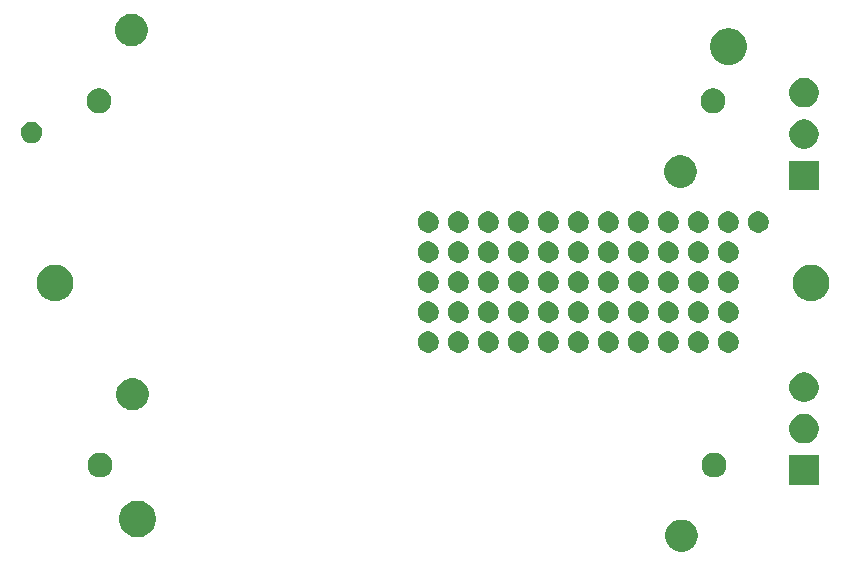
<source format=gbr>
G04 #@! TF.GenerationSoftware,KiCad,Pcbnew,5.1.5-52549c5~86~ubuntu18.04.1*
G04 #@! TF.CreationDate,2020-07-02T00:48:14-05:00*
G04 #@! TF.ProjectId,RAK811_LORA_ADAPTABLE_NODE,52414b38-3131-45f4-9c4f-52415f414441,rev?*
G04 #@! TF.SameCoordinates,Original*
G04 #@! TF.FileFunction,Soldermask,Top*
G04 #@! TF.FilePolarity,Negative*
%FSLAX46Y46*%
G04 Gerber Fmt 4.6, Leading zero omitted, Abs format (unit mm)*
G04 Created by KiCad (PCBNEW 5.1.5-52549c5~86~ubuntu18.04.1) date 2020-07-02 00:48:14*
%MOMM*%
%LPD*%
G04 APERTURE LIST*
%ADD10C,0.100000*%
G04 APERTURE END LIST*
D10*
G36*
X158712724Y-144546497D02*
G01*
X158939906Y-144591686D01*
X159189412Y-144695035D01*
X159413962Y-144845075D01*
X159604925Y-145036038D01*
X159754965Y-145260588D01*
X159858314Y-145510094D01*
X159911000Y-145774968D01*
X159911000Y-146045032D01*
X159858314Y-146309906D01*
X159754965Y-146559412D01*
X159604925Y-146783962D01*
X159413962Y-146974925D01*
X159189412Y-147124965D01*
X158939906Y-147228314D01*
X158712724Y-147273503D01*
X158675033Y-147281000D01*
X158404967Y-147281000D01*
X158367276Y-147273503D01*
X158140094Y-147228314D01*
X157890588Y-147124965D01*
X157666038Y-146974925D01*
X157475075Y-146783962D01*
X157325035Y-146559412D01*
X157221686Y-146309906D01*
X157169000Y-146045032D01*
X157169000Y-145774968D01*
X157221686Y-145510094D01*
X157325035Y-145260588D01*
X157475075Y-145036038D01*
X157666038Y-144845075D01*
X157890588Y-144695035D01*
X158140094Y-144591686D01*
X158367276Y-144546497D01*
X158404967Y-144539000D01*
X158675033Y-144539000D01*
X158712724Y-144546497D01*
G37*
G36*
X112802585Y-142978802D02*
G01*
X112952410Y-143008604D01*
X113234674Y-143125521D01*
X113488705Y-143295259D01*
X113704741Y-143511295D01*
X113874479Y-143765326D01*
X113991396Y-144047590D01*
X114051000Y-144347240D01*
X114051000Y-144652760D01*
X113991396Y-144952410D01*
X113874479Y-145234674D01*
X113704741Y-145488705D01*
X113488705Y-145704741D01*
X113234674Y-145874479D01*
X112952410Y-145991396D01*
X112802585Y-146021198D01*
X112652761Y-146051000D01*
X112347239Y-146051000D01*
X112197415Y-146021198D01*
X112047590Y-145991396D01*
X111765326Y-145874479D01*
X111511295Y-145704741D01*
X111295259Y-145488705D01*
X111125521Y-145234674D01*
X111008604Y-144952410D01*
X110949000Y-144652760D01*
X110949000Y-144347240D01*
X111008604Y-144047590D01*
X111125521Y-143765326D01*
X111295259Y-143511295D01*
X111511295Y-143295259D01*
X111765326Y-143125521D01*
X112047590Y-143008604D01*
X112197415Y-142978802D01*
X112347239Y-142949000D01*
X112652761Y-142949000D01*
X112802585Y-142978802D01*
G37*
G36*
X170161000Y-141586000D02*
G01*
X167659000Y-141586000D01*
X167659000Y-139084000D01*
X170161000Y-139084000D01*
X170161000Y-141586000D01*
G37*
G36*
X161596564Y-138904389D02*
G01*
X161787833Y-138983615D01*
X161787835Y-138983616D01*
X161938070Y-139084000D01*
X161959973Y-139098635D01*
X162106365Y-139245027D01*
X162221385Y-139417167D01*
X162300611Y-139608436D01*
X162341000Y-139811484D01*
X162341000Y-140018516D01*
X162300611Y-140221564D01*
X162221385Y-140412833D01*
X162221384Y-140412835D01*
X162106365Y-140584973D01*
X161959973Y-140731365D01*
X161787835Y-140846384D01*
X161787834Y-140846385D01*
X161787833Y-140846385D01*
X161596564Y-140925611D01*
X161393516Y-140966000D01*
X161186484Y-140966000D01*
X160983436Y-140925611D01*
X160792167Y-140846385D01*
X160792166Y-140846385D01*
X160792165Y-140846384D01*
X160620027Y-140731365D01*
X160473635Y-140584973D01*
X160358616Y-140412835D01*
X160358615Y-140412833D01*
X160279389Y-140221564D01*
X160239000Y-140018516D01*
X160239000Y-139811484D01*
X160279389Y-139608436D01*
X160358615Y-139417167D01*
X160473635Y-139245027D01*
X160620027Y-139098635D01*
X160641930Y-139084000D01*
X160792165Y-138983616D01*
X160792167Y-138983615D01*
X160983436Y-138904389D01*
X161186484Y-138864000D01*
X161393516Y-138864000D01*
X161596564Y-138904389D01*
G37*
G36*
X109606564Y-138904389D02*
G01*
X109797833Y-138983615D01*
X109797835Y-138983616D01*
X109948070Y-139084000D01*
X109969973Y-139098635D01*
X110116365Y-139245027D01*
X110231385Y-139417167D01*
X110310611Y-139608436D01*
X110351000Y-139811484D01*
X110351000Y-140018516D01*
X110310611Y-140221564D01*
X110231385Y-140412833D01*
X110231384Y-140412835D01*
X110116365Y-140584973D01*
X109969973Y-140731365D01*
X109797835Y-140846384D01*
X109797834Y-140846385D01*
X109797833Y-140846385D01*
X109606564Y-140925611D01*
X109403516Y-140966000D01*
X109196484Y-140966000D01*
X108993436Y-140925611D01*
X108802167Y-140846385D01*
X108802166Y-140846385D01*
X108802165Y-140846384D01*
X108630027Y-140731365D01*
X108483635Y-140584973D01*
X108368616Y-140412835D01*
X108368615Y-140412833D01*
X108289389Y-140221564D01*
X108249000Y-140018516D01*
X108249000Y-139811484D01*
X108289389Y-139608436D01*
X108368615Y-139417167D01*
X108483635Y-139245027D01*
X108630027Y-139098635D01*
X108651930Y-139084000D01*
X108802165Y-138983616D01*
X108802167Y-138983615D01*
X108993436Y-138904389D01*
X109196484Y-138864000D01*
X109403516Y-138864000D01*
X109606564Y-138904389D01*
G37*
G36*
X169274903Y-135632075D02*
G01*
X169502571Y-135726378D01*
X169707466Y-135863285D01*
X169881715Y-136037534D01*
X170018622Y-136242429D01*
X170112925Y-136470097D01*
X170161000Y-136711787D01*
X170161000Y-136958213D01*
X170112925Y-137199903D01*
X170018622Y-137427571D01*
X169881715Y-137632466D01*
X169707466Y-137806715D01*
X169502571Y-137943622D01*
X169502570Y-137943623D01*
X169502569Y-137943623D01*
X169274903Y-138037925D01*
X169033214Y-138086000D01*
X168786786Y-138086000D01*
X168545097Y-138037925D01*
X168317431Y-137943623D01*
X168317430Y-137943623D01*
X168317429Y-137943622D01*
X168112534Y-137806715D01*
X167938285Y-137632466D01*
X167801378Y-137427571D01*
X167707075Y-137199903D01*
X167659000Y-136958213D01*
X167659000Y-136711787D01*
X167707075Y-136470097D01*
X167801378Y-136242429D01*
X167938285Y-136037534D01*
X168112534Y-135863285D01*
X168317429Y-135726378D01*
X168545097Y-135632075D01*
X168786786Y-135584000D01*
X169033214Y-135584000D01*
X169274903Y-135632075D01*
G37*
G36*
X112232724Y-132556497D02*
G01*
X112459906Y-132601686D01*
X112709412Y-132705035D01*
X112933962Y-132855075D01*
X113124925Y-133046038D01*
X113274965Y-133270588D01*
X113378314Y-133520094D01*
X113431000Y-133784968D01*
X113431000Y-134055032D01*
X113378314Y-134319906D01*
X113274965Y-134569412D01*
X113124925Y-134793962D01*
X112933962Y-134984925D01*
X112709412Y-135134965D01*
X112459906Y-135238314D01*
X112232724Y-135283503D01*
X112195033Y-135291000D01*
X111924967Y-135291000D01*
X111887276Y-135283503D01*
X111660094Y-135238314D01*
X111410588Y-135134965D01*
X111186038Y-134984925D01*
X110995075Y-134793962D01*
X110845035Y-134569412D01*
X110741686Y-134319906D01*
X110689000Y-134055032D01*
X110689000Y-133784968D01*
X110741686Y-133520094D01*
X110845035Y-133270588D01*
X110995075Y-133046038D01*
X111186038Y-132855075D01*
X111410588Y-132705035D01*
X111660094Y-132601686D01*
X111887276Y-132556497D01*
X111924967Y-132549000D01*
X112195033Y-132549000D01*
X112232724Y-132556497D01*
G37*
G36*
X169274903Y-132132075D02*
G01*
X169502571Y-132226378D01*
X169707466Y-132363285D01*
X169881715Y-132537534D01*
X169993636Y-132705035D01*
X170018623Y-132742431D01*
X170112925Y-132970097D01*
X170161000Y-133211787D01*
X170161000Y-133458213D01*
X170112925Y-133699903D01*
X170018622Y-133927571D01*
X169881715Y-134132466D01*
X169707466Y-134306715D01*
X169502571Y-134443622D01*
X169502570Y-134443623D01*
X169502569Y-134443623D01*
X169274903Y-134537925D01*
X169033214Y-134586000D01*
X168786786Y-134586000D01*
X168545097Y-134537925D01*
X168317431Y-134443623D01*
X168317430Y-134443623D01*
X168317429Y-134443622D01*
X168112534Y-134306715D01*
X167938285Y-134132466D01*
X167801378Y-133927571D01*
X167707075Y-133699903D01*
X167659000Y-133458213D01*
X167659000Y-133211787D01*
X167707075Y-132970097D01*
X167801377Y-132742431D01*
X167826364Y-132705035D01*
X167938285Y-132537534D01*
X168112534Y-132363285D01*
X168317429Y-132226378D01*
X168545097Y-132132075D01*
X168786786Y-132084000D01*
X169033214Y-132084000D01*
X169274903Y-132132075D01*
G37*
G36*
X144828512Y-128608927D02*
G01*
X144977812Y-128638624D01*
X145141784Y-128706544D01*
X145289354Y-128805147D01*
X145414853Y-128930646D01*
X145513456Y-129078216D01*
X145581376Y-129242188D01*
X145616000Y-129416259D01*
X145616000Y-129593741D01*
X145581376Y-129767812D01*
X145513456Y-129931784D01*
X145414853Y-130079354D01*
X145289354Y-130204853D01*
X145141784Y-130303456D01*
X144977812Y-130371376D01*
X144828512Y-130401073D01*
X144803742Y-130406000D01*
X144626258Y-130406000D01*
X144601488Y-130401073D01*
X144452188Y-130371376D01*
X144288216Y-130303456D01*
X144140646Y-130204853D01*
X144015147Y-130079354D01*
X143916544Y-129931784D01*
X143848624Y-129767812D01*
X143814000Y-129593741D01*
X143814000Y-129416259D01*
X143848624Y-129242188D01*
X143916544Y-129078216D01*
X144015147Y-128930646D01*
X144140646Y-128805147D01*
X144288216Y-128706544D01*
X144452188Y-128638624D01*
X144601488Y-128608927D01*
X144626258Y-128604000D01*
X144803742Y-128604000D01*
X144828512Y-128608927D01*
G37*
G36*
X162608512Y-128608927D02*
G01*
X162757812Y-128638624D01*
X162921784Y-128706544D01*
X163069354Y-128805147D01*
X163194853Y-128930646D01*
X163293456Y-129078216D01*
X163361376Y-129242188D01*
X163396000Y-129416259D01*
X163396000Y-129593741D01*
X163361376Y-129767812D01*
X163293456Y-129931784D01*
X163194853Y-130079354D01*
X163069354Y-130204853D01*
X162921784Y-130303456D01*
X162757812Y-130371376D01*
X162608512Y-130401073D01*
X162583742Y-130406000D01*
X162406258Y-130406000D01*
X162381488Y-130401073D01*
X162232188Y-130371376D01*
X162068216Y-130303456D01*
X161920646Y-130204853D01*
X161795147Y-130079354D01*
X161696544Y-129931784D01*
X161628624Y-129767812D01*
X161594000Y-129593741D01*
X161594000Y-129416259D01*
X161628624Y-129242188D01*
X161696544Y-129078216D01*
X161795147Y-128930646D01*
X161920646Y-128805147D01*
X162068216Y-128706544D01*
X162232188Y-128638624D01*
X162381488Y-128608927D01*
X162406258Y-128604000D01*
X162583742Y-128604000D01*
X162608512Y-128608927D01*
G37*
G36*
X160068512Y-128608927D02*
G01*
X160217812Y-128638624D01*
X160381784Y-128706544D01*
X160529354Y-128805147D01*
X160654853Y-128930646D01*
X160753456Y-129078216D01*
X160821376Y-129242188D01*
X160856000Y-129416259D01*
X160856000Y-129593741D01*
X160821376Y-129767812D01*
X160753456Y-129931784D01*
X160654853Y-130079354D01*
X160529354Y-130204853D01*
X160381784Y-130303456D01*
X160217812Y-130371376D01*
X160068512Y-130401073D01*
X160043742Y-130406000D01*
X159866258Y-130406000D01*
X159841488Y-130401073D01*
X159692188Y-130371376D01*
X159528216Y-130303456D01*
X159380646Y-130204853D01*
X159255147Y-130079354D01*
X159156544Y-129931784D01*
X159088624Y-129767812D01*
X159054000Y-129593741D01*
X159054000Y-129416259D01*
X159088624Y-129242188D01*
X159156544Y-129078216D01*
X159255147Y-128930646D01*
X159380646Y-128805147D01*
X159528216Y-128706544D01*
X159692188Y-128638624D01*
X159841488Y-128608927D01*
X159866258Y-128604000D01*
X160043742Y-128604000D01*
X160068512Y-128608927D01*
G37*
G36*
X147368512Y-128608927D02*
G01*
X147517812Y-128638624D01*
X147681784Y-128706544D01*
X147829354Y-128805147D01*
X147954853Y-128930646D01*
X148053456Y-129078216D01*
X148121376Y-129242188D01*
X148156000Y-129416259D01*
X148156000Y-129593741D01*
X148121376Y-129767812D01*
X148053456Y-129931784D01*
X147954853Y-130079354D01*
X147829354Y-130204853D01*
X147681784Y-130303456D01*
X147517812Y-130371376D01*
X147368512Y-130401073D01*
X147343742Y-130406000D01*
X147166258Y-130406000D01*
X147141488Y-130401073D01*
X146992188Y-130371376D01*
X146828216Y-130303456D01*
X146680646Y-130204853D01*
X146555147Y-130079354D01*
X146456544Y-129931784D01*
X146388624Y-129767812D01*
X146354000Y-129593741D01*
X146354000Y-129416259D01*
X146388624Y-129242188D01*
X146456544Y-129078216D01*
X146555147Y-128930646D01*
X146680646Y-128805147D01*
X146828216Y-128706544D01*
X146992188Y-128638624D01*
X147141488Y-128608927D01*
X147166258Y-128604000D01*
X147343742Y-128604000D01*
X147368512Y-128608927D01*
G37*
G36*
X157528512Y-128608927D02*
G01*
X157677812Y-128638624D01*
X157841784Y-128706544D01*
X157989354Y-128805147D01*
X158114853Y-128930646D01*
X158213456Y-129078216D01*
X158281376Y-129242188D01*
X158316000Y-129416259D01*
X158316000Y-129593741D01*
X158281376Y-129767812D01*
X158213456Y-129931784D01*
X158114853Y-130079354D01*
X157989354Y-130204853D01*
X157841784Y-130303456D01*
X157677812Y-130371376D01*
X157528512Y-130401073D01*
X157503742Y-130406000D01*
X157326258Y-130406000D01*
X157301488Y-130401073D01*
X157152188Y-130371376D01*
X156988216Y-130303456D01*
X156840646Y-130204853D01*
X156715147Y-130079354D01*
X156616544Y-129931784D01*
X156548624Y-129767812D01*
X156514000Y-129593741D01*
X156514000Y-129416259D01*
X156548624Y-129242188D01*
X156616544Y-129078216D01*
X156715147Y-128930646D01*
X156840646Y-128805147D01*
X156988216Y-128706544D01*
X157152188Y-128638624D01*
X157301488Y-128608927D01*
X157326258Y-128604000D01*
X157503742Y-128604000D01*
X157528512Y-128608927D01*
G37*
G36*
X154988512Y-128608927D02*
G01*
X155137812Y-128638624D01*
X155301784Y-128706544D01*
X155449354Y-128805147D01*
X155574853Y-128930646D01*
X155673456Y-129078216D01*
X155741376Y-129242188D01*
X155776000Y-129416259D01*
X155776000Y-129593741D01*
X155741376Y-129767812D01*
X155673456Y-129931784D01*
X155574853Y-130079354D01*
X155449354Y-130204853D01*
X155301784Y-130303456D01*
X155137812Y-130371376D01*
X154988512Y-130401073D01*
X154963742Y-130406000D01*
X154786258Y-130406000D01*
X154761488Y-130401073D01*
X154612188Y-130371376D01*
X154448216Y-130303456D01*
X154300646Y-130204853D01*
X154175147Y-130079354D01*
X154076544Y-129931784D01*
X154008624Y-129767812D01*
X153974000Y-129593741D01*
X153974000Y-129416259D01*
X154008624Y-129242188D01*
X154076544Y-129078216D01*
X154175147Y-128930646D01*
X154300646Y-128805147D01*
X154448216Y-128706544D01*
X154612188Y-128638624D01*
X154761488Y-128608927D01*
X154786258Y-128604000D01*
X154963742Y-128604000D01*
X154988512Y-128608927D01*
G37*
G36*
X142288512Y-128608927D02*
G01*
X142437812Y-128638624D01*
X142601784Y-128706544D01*
X142749354Y-128805147D01*
X142874853Y-128930646D01*
X142973456Y-129078216D01*
X143041376Y-129242188D01*
X143076000Y-129416259D01*
X143076000Y-129593741D01*
X143041376Y-129767812D01*
X142973456Y-129931784D01*
X142874853Y-130079354D01*
X142749354Y-130204853D01*
X142601784Y-130303456D01*
X142437812Y-130371376D01*
X142288512Y-130401073D01*
X142263742Y-130406000D01*
X142086258Y-130406000D01*
X142061488Y-130401073D01*
X141912188Y-130371376D01*
X141748216Y-130303456D01*
X141600646Y-130204853D01*
X141475147Y-130079354D01*
X141376544Y-129931784D01*
X141308624Y-129767812D01*
X141274000Y-129593741D01*
X141274000Y-129416259D01*
X141308624Y-129242188D01*
X141376544Y-129078216D01*
X141475147Y-128930646D01*
X141600646Y-128805147D01*
X141748216Y-128706544D01*
X141912188Y-128638624D01*
X142061488Y-128608927D01*
X142086258Y-128604000D01*
X142263742Y-128604000D01*
X142288512Y-128608927D01*
G37*
G36*
X139748512Y-128608927D02*
G01*
X139897812Y-128638624D01*
X140061784Y-128706544D01*
X140209354Y-128805147D01*
X140334853Y-128930646D01*
X140433456Y-129078216D01*
X140501376Y-129242188D01*
X140536000Y-129416259D01*
X140536000Y-129593741D01*
X140501376Y-129767812D01*
X140433456Y-129931784D01*
X140334853Y-130079354D01*
X140209354Y-130204853D01*
X140061784Y-130303456D01*
X139897812Y-130371376D01*
X139748512Y-130401073D01*
X139723742Y-130406000D01*
X139546258Y-130406000D01*
X139521488Y-130401073D01*
X139372188Y-130371376D01*
X139208216Y-130303456D01*
X139060646Y-130204853D01*
X138935147Y-130079354D01*
X138836544Y-129931784D01*
X138768624Y-129767812D01*
X138734000Y-129593741D01*
X138734000Y-129416259D01*
X138768624Y-129242188D01*
X138836544Y-129078216D01*
X138935147Y-128930646D01*
X139060646Y-128805147D01*
X139208216Y-128706544D01*
X139372188Y-128638624D01*
X139521488Y-128608927D01*
X139546258Y-128604000D01*
X139723742Y-128604000D01*
X139748512Y-128608927D01*
G37*
G36*
X137208512Y-128608927D02*
G01*
X137357812Y-128638624D01*
X137521784Y-128706544D01*
X137669354Y-128805147D01*
X137794853Y-128930646D01*
X137893456Y-129078216D01*
X137961376Y-129242188D01*
X137996000Y-129416259D01*
X137996000Y-129593741D01*
X137961376Y-129767812D01*
X137893456Y-129931784D01*
X137794853Y-130079354D01*
X137669354Y-130204853D01*
X137521784Y-130303456D01*
X137357812Y-130371376D01*
X137208512Y-130401073D01*
X137183742Y-130406000D01*
X137006258Y-130406000D01*
X136981488Y-130401073D01*
X136832188Y-130371376D01*
X136668216Y-130303456D01*
X136520646Y-130204853D01*
X136395147Y-130079354D01*
X136296544Y-129931784D01*
X136228624Y-129767812D01*
X136194000Y-129593741D01*
X136194000Y-129416259D01*
X136228624Y-129242188D01*
X136296544Y-129078216D01*
X136395147Y-128930646D01*
X136520646Y-128805147D01*
X136668216Y-128706544D01*
X136832188Y-128638624D01*
X136981488Y-128608927D01*
X137006258Y-128604000D01*
X137183742Y-128604000D01*
X137208512Y-128608927D01*
G37*
G36*
X152448512Y-128608927D02*
G01*
X152597812Y-128638624D01*
X152761784Y-128706544D01*
X152909354Y-128805147D01*
X153034853Y-128930646D01*
X153133456Y-129078216D01*
X153201376Y-129242188D01*
X153236000Y-129416259D01*
X153236000Y-129593741D01*
X153201376Y-129767812D01*
X153133456Y-129931784D01*
X153034853Y-130079354D01*
X152909354Y-130204853D01*
X152761784Y-130303456D01*
X152597812Y-130371376D01*
X152448512Y-130401073D01*
X152423742Y-130406000D01*
X152246258Y-130406000D01*
X152221488Y-130401073D01*
X152072188Y-130371376D01*
X151908216Y-130303456D01*
X151760646Y-130204853D01*
X151635147Y-130079354D01*
X151536544Y-129931784D01*
X151468624Y-129767812D01*
X151434000Y-129593741D01*
X151434000Y-129416259D01*
X151468624Y-129242188D01*
X151536544Y-129078216D01*
X151635147Y-128930646D01*
X151760646Y-128805147D01*
X151908216Y-128706544D01*
X152072188Y-128638624D01*
X152221488Y-128608927D01*
X152246258Y-128604000D01*
X152423742Y-128604000D01*
X152448512Y-128608927D01*
G37*
G36*
X149908512Y-128608927D02*
G01*
X150057812Y-128638624D01*
X150221784Y-128706544D01*
X150369354Y-128805147D01*
X150494853Y-128930646D01*
X150593456Y-129078216D01*
X150661376Y-129242188D01*
X150696000Y-129416259D01*
X150696000Y-129593741D01*
X150661376Y-129767812D01*
X150593456Y-129931784D01*
X150494853Y-130079354D01*
X150369354Y-130204853D01*
X150221784Y-130303456D01*
X150057812Y-130371376D01*
X149908512Y-130401073D01*
X149883742Y-130406000D01*
X149706258Y-130406000D01*
X149681488Y-130401073D01*
X149532188Y-130371376D01*
X149368216Y-130303456D01*
X149220646Y-130204853D01*
X149095147Y-130079354D01*
X148996544Y-129931784D01*
X148928624Y-129767812D01*
X148894000Y-129593741D01*
X148894000Y-129416259D01*
X148928624Y-129242188D01*
X148996544Y-129078216D01*
X149095147Y-128930646D01*
X149220646Y-128805147D01*
X149368216Y-128706544D01*
X149532188Y-128638624D01*
X149681488Y-128608927D01*
X149706258Y-128604000D01*
X149883742Y-128604000D01*
X149908512Y-128608927D01*
G37*
G36*
X139748512Y-126068927D02*
G01*
X139897812Y-126098624D01*
X140061784Y-126166544D01*
X140209354Y-126265147D01*
X140334853Y-126390646D01*
X140433456Y-126538216D01*
X140501376Y-126702188D01*
X140536000Y-126876259D01*
X140536000Y-127053741D01*
X140501376Y-127227812D01*
X140433456Y-127391784D01*
X140334853Y-127539354D01*
X140209354Y-127664853D01*
X140061784Y-127763456D01*
X139897812Y-127831376D01*
X139748512Y-127861073D01*
X139723742Y-127866000D01*
X139546258Y-127866000D01*
X139521488Y-127861073D01*
X139372188Y-127831376D01*
X139208216Y-127763456D01*
X139060646Y-127664853D01*
X138935147Y-127539354D01*
X138836544Y-127391784D01*
X138768624Y-127227812D01*
X138734000Y-127053741D01*
X138734000Y-126876259D01*
X138768624Y-126702188D01*
X138836544Y-126538216D01*
X138935147Y-126390646D01*
X139060646Y-126265147D01*
X139208216Y-126166544D01*
X139372188Y-126098624D01*
X139521488Y-126068927D01*
X139546258Y-126064000D01*
X139723742Y-126064000D01*
X139748512Y-126068927D01*
G37*
G36*
X162608512Y-126068927D02*
G01*
X162757812Y-126098624D01*
X162921784Y-126166544D01*
X163069354Y-126265147D01*
X163194853Y-126390646D01*
X163293456Y-126538216D01*
X163361376Y-126702188D01*
X163396000Y-126876259D01*
X163396000Y-127053741D01*
X163361376Y-127227812D01*
X163293456Y-127391784D01*
X163194853Y-127539354D01*
X163069354Y-127664853D01*
X162921784Y-127763456D01*
X162757812Y-127831376D01*
X162608512Y-127861073D01*
X162583742Y-127866000D01*
X162406258Y-127866000D01*
X162381488Y-127861073D01*
X162232188Y-127831376D01*
X162068216Y-127763456D01*
X161920646Y-127664853D01*
X161795147Y-127539354D01*
X161696544Y-127391784D01*
X161628624Y-127227812D01*
X161594000Y-127053741D01*
X161594000Y-126876259D01*
X161628624Y-126702188D01*
X161696544Y-126538216D01*
X161795147Y-126390646D01*
X161920646Y-126265147D01*
X162068216Y-126166544D01*
X162232188Y-126098624D01*
X162381488Y-126068927D01*
X162406258Y-126064000D01*
X162583742Y-126064000D01*
X162608512Y-126068927D01*
G37*
G36*
X137208512Y-126068927D02*
G01*
X137357812Y-126098624D01*
X137521784Y-126166544D01*
X137669354Y-126265147D01*
X137794853Y-126390646D01*
X137893456Y-126538216D01*
X137961376Y-126702188D01*
X137996000Y-126876259D01*
X137996000Y-127053741D01*
X137961376Y-127227812D01*
X137893456Y-127391784D01*
X137794853Y-127539354D01*
X137669354Y-127664853D01*
X137521784Y-127763456D01*
X137357812Y-127831376D01*
X137208512Y-127861073D01*
X137183742Y-127866000D01*
X137006258Y-127866000D01*
X136981488Y-127861073D01*
X136832188Y-127831376D01*
X136668216Y-127763456D01*
X136520646Y-127664853D01*
X136395147Y-127539354D01*
X136296544Y-127391784D01*
X136228624Y-127227812D01*
X136194000Y-127053741D01*
X136194000Y-126876259D01*
X136228624Y-126702188D01*
X136296544Y-126538216D01*
X136395147Y-126390646D01*
X136520646Y-126265147D01*
X136668216Y-126166544D01*
X136832188Y-126098624D01*
X136981488Y-126068927D01*
X137006258Y-126064000D01*
X137183742Y-126064000D01*
X137208512Y-126068927D01*
G37*
G36*
X142288512Y-126068927D02*
G01*
X142437812Y-126098624D01*
X142601784Y-126166544D01*
X142749354Y-126265147D01*
X142874853Y-126390646D01*
X142973456Y-126538216D01*
X143041376Y-126702188D01*
X143076000Y-126876259D01*
X143076000Y-127053741D01*
X143041376Y-127227812D01*
X142973456Y-127391784D01*
X142874853Y-127539354D01*
X142749354Y-127664853D01*
X142601784Y-127763456D01*
X142437812Y-127831376D01*
X142288512Y-127861073D01*
X142263742Y-127866000D01*
X142086258Y-127866000D01*
X142061488Y-127861073D01*
X141912188Y-127831376D01*
X141748216Y-127763456D01*
X141600646Y-127664853D01*
X141475147Y-127539354D01*
X141376544Y-127391784D01*
X141308624Y-127227812D01*
X141274000Y-127053741D01*
X141274000Y-126876259D01*
X141308624Y-126702188D01*
X141376544Y-126538216D01*
X141475147Y-126390646D01*
X141600646Y-126265147D01*
X141748216Y-126166544D01*
X141912188Y-126098624D01*
X142061488Y-126068927D01*
X142086258Y-126064000D01*
X142263742Y-126064000D01*
X142288512Y-126068927D01*
G37*
G36*
X144828512Y-126068927D02*
G01*
X144977812Y-126098624D01*
X145141784Y-126166544D01*
X145289354Y-126265147D01*
X145414853Y-126390646D01*
X145513456Y-126538216D01*
X145581376Y-126702188D01*
X145616000Y-126876259D01*
X145616000Y-127053741D01*
X145581376Y-127227812D01*
X145513456Y-127391784D01*
X145414853Y-127539354D01*
X145289354Y-127664853D01*
X145141784Y-127763456D01*
X144977812Y-127831376D01*
X144828512Y-127861073D01*
X144803742Y-127866000D01*
X144626258Y-127866000D01*
X144601488Y-127861073D01*
X144452188Y-127831376D01*
X144288216Y-127763456D01*
X144140646Y-127664853D01*
X144015147Y-127539354D01*
X143916544Y-127391784D01*
X143848624Y-127227812D01*
X143814000Y-127053741D01*
X143814000Y-126876259D01*
X143848624Y-126702188D01*
X143916544Y-126538216D01*
X144015147Y-126390646D01*
X144140646Y-126265147D01*
X144288216Y-126166544D01*
X144452188Y-126098624D01*
X144601488Y-126068927D01*
X144626258Y-126064000D01*
X144803742Y-126064000D01*
X144828512Y-126068927D01*
G37*
G36*
X147368512Y-126068927D02*
G01*
X147517812Y-126098624D01*
X147681784Y-126166544D01*
X147829354Y-126265147D01*
X147954853Y-126390646D01*
X148053456Y-126538216D01*
X148121376Y-126702188D01*
X148156000Y-126876259D01*
X148156000Y-127053741D01*
X148121376Y-127227812D01*
X148053456Y-127391784D01*
X147954853Y-127539354D01*
X147829354Y-127664853D01*
X147681784Y-127763456D01*
X147517812Y-127831376D01*
X147368512Y-127861073D01*
X147343742Y-127866000D01*
X147166258Y-127866000D01*
X147141488Y-127861073D01*
X146992188Y-127831376D01*
X146828216Y-127763456D01*
X146680646Y-127664853D01*
X146555147Y-127539354D01*
X146456544Y-127391784D01*
X146388624Y-127227812D01*
X146354000Y-127053741D01*
X146354000Y-126876259D01*
X146388624Y-126702188D01*
X146456544Y-126538216D01*
X146555147Y-126390646D01*
X146680646Y-126265147D01*
X146828216Y-126166544D01*
X146992188Y-126098624D01*
X147141488Y-126068927D01*
X147166258Y-126064000D01*
X147343742Y-126064000D01*
X147368512Y-126068927D01*
G37*
G36*
X149908512Y-126068927D02*
G01*
X150057812Y-126098624D01*
X150221784Y-126166544D01*
X150369354Y-126265147D01*
X150494853Y-126390646D01*
X150593456Y-126538216D01*
X150661376Y-126702188D01*
X150696000Y-126876259D01*
X150696000Y-127053741D01*
X150661376Y-127227812D01*
X150593456Y-127391784D01*
X150494853Y-127539354D01*
X150369354Y-127664853D01*
X150221784Y-127763456D01*
X150057812Y-127831376D01*
X149908512Y-127861073D01*
X149883742Y-127866000D01*
X149706258Y-127866000D01*
X149681488Y-127861073D01*
X149532188Y-127831376D01*
X149368216Y-127763456D01*
X149220646Y-127664853D01*
X149095147Y-127539354D01*
X148996544Y-127391784D01*
X148928624Y-127227812D01*
X148894000Y-127053741D01*
X148894000Y-126876259D01*
X148928624Y-126702188D01*
X148996544Y-126538216D01*
X149095147Y-126390646D01*
X149220646Y-126265147D01*
X149368216Y-126166544D01*
X149532188Y-126098624D01*
X149681488Y-126068927D01*
X149706258Y-126064000D01*
X149883742Y-126064000D01*
X149908512Y-126068927D01*
G37*
G36*
X152448512Y-126068927D02*
G01*
X152597812Y-126098624D01*
X152761784Y-126166544D01*
X152909354Y-126265147D01*
X153034853Y-126390646D01*
X153133456Y-126538216D01*
X153201376Y-126702188D01*
X153236000Y-126876259D01*
X153236000Y-127053741D01*
X153201376Y-127227812D01*
X153133456Y-127391784D01*
X153034853Y-127539354D01*
X152909354Y-127664853D01*
X152761784Y-127763456D01*
X152597812Y-127831376D01*
X152448512Y-127861073D01*
X152423742Y-127866000D01*
X152246258Y-127866000D01*
X152221488Y-127861073D01*
X152072188Y-127831376D01*
X151908216Y-127763456D01*
X151760646Y-127664853D01*
X151635147Y-127539354D01*
X151536544Y-127391784D01*
X151468624Y-127227812D01*
X151434000Y-127053741D01*
X151434000Y-126876259D01*
X151468624Y-126702188D01*
X151536544Y-126538216D01*
X151635147Y-126390646D01*
X151760646Y-126265147D01*
X151908216Y-126166544D01*
X152072188Y-126098624D01*
X152221488Y-126068927D01*
X152246258Y-126064000D01*
X152423742Y-126064000D01*
X152448512Y-126068927D01*
G37*
G36*
X154988512Y-126068927D02*
G01*
X155137812Y-126098624D01*
X155301784Y-126166544D01*
X155449354Y-126265147D01*
X155574853Y-126390646D01*
X155673456Y-126538216D01*
X155741376Y-126702188D01*
X155776000Y-126876259D01*
X155776000Y-127053741D01*
X155741376Y-127227812D01*
X155673456Y-127391784D01*
X155574853Y-127539354D01*
X155449354Y-127664853D01*
X155301784Y-127763456D01*
X155137812Y-127831376D01*
X154988512Y-127861073D01*
X154963742Y-127866000D01*
X154786258Y-127866000D01*
X154761488Y-127861073D01*
X154612188Y-127831376D01*
X154448216Y-127763456D01*
X154300646Y-127664853D01*
X154175147Y-127539354D01*
X154076544Y-127391784D01*
X154008624Y-127227812D01*
X153974000Y-127053741D01*
X153974000Y-126876259D01*
X154008624Y-126702188D01*
X154076544Y-126538216D01*
X154175147Y-126390646D01*
X154300646Y-126265147D01*
X154448216Y-126166544D01*
X154612188Y-126098624D01*
X154761488Y-126068927D01*
X154786258Y-126064000D01*
X154963742Y-126064000D01*
X154988512Y-126068927D01*
G37*
G36*
X157528512Y-126068927D02*
G01*
X157677812Y-126098624D01*
X157841784Y-126166544D01*
X157989354Y-126265147D01*
X158114853Y-126390646D01*
X158213456Y-126538216D01*
X158281376Y-126702188D01*
X158316000Y-126876259D01*
X158316000Y-127053741D01*
X158281376Y-127227812D01*
X158213456Y-127391784D01*
X158114853Y-127539354D01*
X157989354Y-127664853D01*
X157841784Y-127763456D01*
X157677812Y-127831376D01*
X157528512Y-127861073D01*
X157503742Y-127866000D01*
X157326258Y-127866000D01*
X157301488Y-127861073D01*
X157152188Y-127831376D01*
X156988216Y-127763456D01*
X156840646Y-127664853D01*
X156715147Y-127539354D01*
X156616544Y-127391784D01*
X156548624Y-127227812D01*
X156514000Y-127053741D01*
X156514000Y-126876259D01*
X156548624Y-126702188D01*
X156616544Y-126538216D01*
X156715147Y-126390646D01*
X156840646Y-126265147D01*
X156988216Y-126166544D01*
X157152188Y-126098624D01*
X157301488Y-126068927D01*
X157326258Y-126064000D01*
X157503742Y-126064000D01*
X157528512Y-126068927D01*
G37*
G36*
X160068512Y-126068927D02*
G01*
X160217812Y-126098624D01*
X160381784Y-126166544D01*
X160529354Y-126265147D01*
X160654853Y-126390646D01*
X160753456Y-126538216D01*
X160821376Y-126702188D01*
X160856000Y-126876259D01*
X160856000Y-127053741D01*
X160821376Y-127227812D01*
X160753456Y-127391784D01*
X160654853Y-127539354D01*
X160529354Y-127664853D01*
X160381784Y-127763456D01*
X160217812Y-127831376D01*
X160068512Y-127861073D01*
X160043742Y-127866000D01*
X159866258Y-127866000D01*
X159841488Y-127861073D01*
X159692188Y-127831376D01*
X159528216Y-127763456D01*
X159380646Y-127664853D01*
X159255147Y-127539354D01*
X159156544Y-127391784D01*
X159088624Y-127227812D01*
X159054000Y-127053741D01*
X159054000Y-126876259D01*
X159088624Y-126702188D01*
X159156544Y-126538216D01*
X159255147Y-126390646D01*
X159380646Y-126265147D01*
X159528216Y-126166544D01*
X159692188Y-126098624D01*
X159841488Y-126068927D01*
X159866258Y-126064000D01*
X160043742Y-126064000D01*
X160068512Y-126068927D01*
G37*
G36*
X169802585Y-122978802D02*
G01*
X169952410Y-123008604D01*
X170234674Y-123125521D01*
X170488705Y-123295259D01*
X170704741Y-123511295D01*
X170874479Y-123765326D01*
X170991396Y-124047590D01*
X171051000Y-124347240D01*
X171051000Y-124652760D01*
X170991396Y-124952410D01*
X170874479Y-125234674D01*
X170704741Y-125488705D01*
X170488705Y-125704741D01*
X170234674Y-125874479D01*
X169952410Y-125991396D01*
X169802585Y-126021198D01*
X169652761Y-126051000D01*
X169347239Y-126051000D01*
X169197415Y-126021198D01*
X169047590Y-125991396D01*
X168765326Y-125874479D01*
X168511295Y-125704741D01*
X168295259Y-125488705D01*
X168125521Y-125234674D01*
X168008604Y-124952410D01*
X167949000Y-124652760D01*
X167949000Y-124347240D01*
X168008604Y-124047590D01*
X168125521Y-123765326D01*
X168295259Y-123511295D01*
X168511295Y-123295259D01*
X168765326Y-123125521D01*
X169047590Y-123008604D01*
X169197415Y-122978802D01*
X169347239Y-122949000D01*
X169652761Y-122949000D01*
X169802585Y-122978802D01*
G37*
G36*
X105802585Y-122978802D02*
G01*
X105952410Y-123008604D01*
X106234674Y-123125521D01*
X106488705Y-123295259D01*
X106704741Y-123511295D01*
X106874479Y-123765326D01*
X106991396Y-124047590D01*
X107051000Y-124347240D01*
X107051000Y-124652760D01*
X106991396Y-124952410D01*
X106874479Y-125234674D01*
X106704741Y-125488705D01*
X106488705Y-125704741D01*
X106234674Y-125874479D01*
X105952410Y-125991396D01*
X105802585Y-126021198D01*
X105652761Y-126051000D01*
X105347239Y-126051000D01*
X105197415Y-126021198D01*
X105047590Y-125991396D01*
X104765326Y-125874479D01*
X104511295Y-125704741D01*
X104295259Y-125488705D01*
X104125521Y-125234674D01*
X104008604Y-124952410D01*
X103949000Y-124652760D01*
X103949000Y-124347240D01*
X104008604Y-124047590D01*
X104125521Y-123765326D01*
X104295259Y-123511295D01*
X104511295Y-123295259D01*
X104765326Y-123125521D01*
X105047590Y-123008604D01*
X105197415Y-122978802D01*
X105347239Y-122949000D01*
X105652761Y-122949000D01*
X105802585Y-122978802D01*
G37*
G36*
X162608512Y-123528927D02*
G01*
X162757812Y-123558624D01*
X162921784Y-123626544D01*
X163069354Y-123725147D01*
X163194853Y-123850646D01*
X163293456Y-123998216D01*
X163361376Y-124162188D01*
X163396000Y-124336259D01*
X163396000Y-124513741D01*
X163361376Y-124687812D01*
X163293456Y-124851784D01*
X163194853Y-124999354D01*
X163069354Y-125124853D01*
X162921784Y-125223456D01*
X162757812Y-125291376D01*
X162608512Y-125321073D01*
X162583742Y-125326000D01*
X162406258Y-125326000D01*
X162381488Y-125321073D01*
X162232188Y-125291376D01*
X162068216Y-125223456D01*
X161920646Y-125124853D01*
X161795147Y-124999354D01*
X161696544Y-124851784D01*
X161628624Y-124687812D01*
X161594000Y-124513741D01*
X161594000Y-124336259D01*
X161628624Y-124162188D01*
X161696544Y-123998216D01*
X161795147Y-123850646D01*
X161920646Y-123725147D01*
X162068216Y-123626544D01*
X162232188Y-123558624D01*
X162381488Y-123528927D01*
X162406258Y-123524000D01*
X162583742Y-123524000D01*
X162608512Y-123528927D01*
G37*
G36*
X160068512Y-123528927D02*
G01*
X160217812Y-123558624D01*
X160381784Y-123626544D01*
X160529354Y-123725147D01*
X160654853Y-123850646D01*
X160753456Y-123998216D01*
X160821376Y-124162188D01*
X160856000Y-124336259D01*
X160856000Y-124513741D01*
X160821376Y-124687812D01*
X160753456Y-124851784D01*
X160654853Y-124999354D01*
X160529354Y-125124853D01*
X160381784Y-125223456D01*
X160217812Y-125291376D01*
X160068512Y-125321073D01*
X160043742Y-125326000D01*
X159866258Y-125326000D01*
X159841488Y-125321073D01*
X159692188Y-125291376D01*
X159528216Y-125223456D01*
X159380646Y-125124853D01*
X159255147Y-124999354D01*
X159156544Y-124851784D01*
X159088624Y-124687812D01*
X159054000Y-124513741D01*
X159054000Y-124336259D01*
X159088624Y-124162188D01*
X159156544Y-123998216D01*
X159255147Y-123850646D01*
X159380646Y-123725147D01*
X159528216Y-123626544D01*
X159692188Y-123558624D01*
X159841488Y-123528927D01*
X159866258Y-123524000D01*
X160043742Y-123524000D01*
X160068512Y-123528927D01*
G37*
G36*
X157528512Y-123528927D02*
G01*
X157677812Y-123558624D01*
X157841784Y-123626544D01*
X157989354Y-123725147D01*
X158114853Y-123850646D01*
X158213456Y-123998216D01*
X158281376Y-124162188D01*
X158316000Y-124336259D01*
X158316000Y-124513741D01*
X158281376Y-124687812D01*
X158213456Y-124851784D01*
X158114853Y-124999354D01*
X157989354Y-125124853D01*
X157841784Y-125223456D01*
X157677812Y-125291376D01*
X157528512Y-125321073D01*
X157503742Y-125326000D01*
X157326258Y-125326000D01*
X157301488Y-125321073D01*
X157152188Y-125291376D01*
X156988216Y-125223456D01*
X156840646Y-125124853D01*
X156715147Y-124999354D01*
X156616544Y-124851784D01*
X156548624Y-124687812D01*
X156514000Y-124513741D01*
X156514000Y-124336259D01*
X156548624Y-124162188D01*
X156616544Y-123998216D01*
X156715147Y-123850646D01*
X156840646Y-123725147D01*
X156988216Y-123626544D01*
X157152188Y-123558624D01*
X157301488Y-123528927D01*
X157326258Y-123524000D01*
X157503742Y-123524000D01*
X157528512Y-123528927D01*
G37*
G36*
X154988512Y-123528927D02*
G01*
X155137812Y-123558624D01*
X155301784Y-123626544D01*
X155449354Y-123725147D01*
X155574853Y-123850646D01*
X155673456Y-123998216D01*
X155741376Y-124162188D01*
X155776000Y-124336259D01*
X155776000Y-124513741D01*
X155741376Y-124687812D01*
X155673456Y-124851784D01*
X155574853Y-124999354D01*
X155449354Y-125124853D01*
X155301784Y-125223456D01*
X155137812Y-125291376D01*
X154988512Y-125321073D01*
X154963742Y-125326000D01*
X154786258Y-125326000D01*
X154761488Y-125321073D01*
X154612188Y-125291376D01*
X154448216Y-125223456D01*
X154300646Y-125124853D01*
X154175147Y-124999354D01*
X154076544Y-124851784D01*
X154008624Y-124687812D01*
X153974000Y-124513741D01*
X153974000Y-124336259D01*
X154008624Y-124162188D01*
X154076544Y-123998216D01*
X154175147Y-123850646D01*
X154300646Y-123725147D01*
X154448216Y-123626544D01*
X154612188Y-123558624D01*
X154761488Y-123528927D01*
X154786258Y-123524000D01*
X154963742Y-123524000D01*
X154988512Y-123528927D01*
G37*
G36*
X149908512Y-123528927D02*
G01*
X150057812Y-123558624D01*
X150221784Y-123626544D01*
X150369354Y-123725147D01*
X150494853Y-123850646D01*
X150593456Y-123998216D01*
X150661376Y-124162188D01*
X150696000Y-124336259D01*
X150696000Y-124513741D01*
X150661376Y-124687812D01*
X150593456Y-124851784D01*
X150494853Y-124999354D01*
X150369354Y-125124853D01*
X150221784Y-125223456D01*
X150057812Y-125291376D01*
X149908512Y-125321073D01*
X149883742Y-125326000D01*
X149706258Y-125326000D01*
X149681488Y-125321073D01*
X149532188Y-125291376D01*
X149368216Y-125223456D01*
X149220646Y-125124853D01*
X149095147Y-124999354D01*
X148996544Y-124851784D01*
X148928624Y-124687812D01*
X148894000Y-124513741D01*
X148894000Y-124336259D01*
X148928624Y-124162188D01*
X148996544Y-123998216D01*
X149095147Y-123850646D01*
X149220646Y-123725147D01*
X149368216Y-123626544D01*
X149532188Y-123558624D01*
X149681488Y-123528927D01*
X149706258Y-123524000D01*
X149883742Y-123524000D01*
X149908512Y-123528927D01*
G37*
G36*
X147368512Y-123528927D02*
G01*
X147517812Y-123558624D01*
X147681784Y-123626544D01*
X147829354Y-123725147D01*
X147954853Y-123850646D01*
X148053456Y-123998216D01*
X148121376Y-124162188D01*
X148156000Y-124336259D01*
X148156000Y-124513741D01*
X148121376Y-124687812D01*
X148053456Y-124851784D01*
X147954853Y-124999354D01*
X147829354Y-125124853D01*
X147681784Y-125223456D01*
X147517812Y-125291376D01*
X147368512Y-125321073D01*
X147343742Y-125326000D01*
X147166258Y-125326000D01*
X147141488Y-125321073D01*
X146992188Y-125291376D01*
X146828216Y-125223456D01*
X146680646Y-125124853D01*
X146555147Y-124999354D01*
X146456544Y-124851784D01*
X146388624Y-124687812D01*
X146354000Y-124513741D01*
X146354000Y-124336259D01*
X146388624Y-124162188D01*
X146456544Y-123998216D01*
X146555147Y-123850646D01*
X146680646Y-123725147D01*
X146828216Y-123626544D01*
X146992188Y-123558624D01*
X147141488Y-123528927D01*
X147166258Y-123524000D01*
X147343742Y-123524000D01*
X147368512Y-123528927D01*
G37*
G36*
X142288512Y-123528927D02*
G01*
X142437812Y-123558624D01*
X142601784Y-123626544D01*
X142749354Y-123725147D01*
X142874853Y-123850646D01*
X142973456Y-123998216D01*
X143041376Y-124162188D01*
X143076000Y-124336259D01*
X143076000Y-124513741D01*
X143041376Y-124687812D01*
X142973456Y-124851784D01*
X142874853Y-124999354D01*
X142749354Y-125124853D01*
X142601784Y-125223456D01*
X142437812Y-125291376D01*
X142288512Y-125321073D01*
X142263742Y-125326000D01*
X142086258Y-125326000D01*
X142061488Y-125321073D01*
X141912188Y-125291376D01*
X141748216Y-125223456D01*
X141600646Y-125124853D01*
X141475147Y-124999354D01*
X141376544Y-124851784D01*
X141308624Y-124687812D01*
X141274000Y-124513741D01*
X141274000Y-124336259D01*
X141308624Y-124162188D01*
X141376544Y-123998216D01*
X141475147Y-123850646D01*
X141600646Y-123725147D01*
X141748216Y-123626544D01*
X141912188Y-123558624D01*
X142061488Y-123528927D01*
X142086258Y-123524000D01*
X142263742Y-123524000D01*
X142288512Y-123528927D01*
G37*
G36*
X139748512Y-123528927D02*
G01*
X139897812Y-123558624D01*
X140061784Y-123626544D01*
X140209354Y-123725147D01*
X140334853Y-123850646D01*
X140433456Y-123998216D01*
X140501376Y-124162188D01*
X140536000Y-124336259D01*
X140536000Y-124513741D01*
X140501376Y-124687812D01*
X140433456Y-124851784D01*
X140334853Y-124999354D01*
X140209354Y-125124853D01*
X140061784Y-125223456D01*
X139897812Y-125291376D01*
X139748512Y-125321073D01*
X139723742Y-125326000D01*
X139546258Y-125326000D01*
X139521488Y-125321073D01*
X139372188Y-125291376D01*
X139208216Y-125223456D01*
X139060646Y-125124853D01*
X138935147Y-124999354D01*
X138836544Y-124851784D01*
X138768624Y-124687812D01*
X138734000Y-124513741D01*
X138734000Y-124336259D01*
X138768624Y-124162188D01*
X138836544Y-123998216D01*
X138935147Y-123850646D01*
X139060646Y-123725147D01*
X139208216Y-123626544D01*
X139372188Y-123558624D01*
X139521488Y-123528927D01*
X139546258Y-123524000D01*
X139723742Y-123524000D01*
X139748512Y-123528927D01*
G37*
G36*
X137208512Y-123528927D02*
G01*
X137357812Y-123558624D01*
X137521784Y-123626544D01*
X137669354Y-123725147D01*
X137794853Y-123850646D01*
X137893456Y-123998216D01*
X137961376Y-124162188D01*
X137996000Y-124336259D01*
X137996000Y-124513741D01*
X137961376Y-124687812D01*
X137893456Y-124851784D01*
X137794853Y-124999354D01*
X137669354Y-125124853D01*
X137521784Y-125223456D01*
X137357812Y-125291376D01*
X137208512Y-125321073D01*
X137183742Y-125326000D01*
X137006258Y-125326000D01*
X136981488Y-125321073D01*
X136832188Y-125291376D01*
X136668216Y-125223456D01*
X136520646Y-125124853D01*
X136395147Y-124999354D01*
X136296544Y-124851784D01*
X136228624Y-124687812D01*
X136194000Y-124513741D01*
X136194000Y-124336259D01*
X136228624Y-124162188D01*
X136296544Y-123998216D01*
X136395147Y-123850646D01*
X136520646Y-123725147D01*
X136668216Y-123626544D01*
X136832188Y-123558624D01*
X136981488Y-123528927D01*
X137006258Y-123524000D01*
X137183742Y-123524000D01*
X137208512Y-123528927D01*
G37*
G36*
X152448512Y-123528927D02*
G01*
X152597812Y-123558624D01*
X152761784Y-123626544D01*
X152909354Y-123725147D01*
X153034853Y-123850646D01*
X153133456Y-123998216D01*
X153201376Y-124162188D01*
X153236000Y-124336259D01*
X153236000Y-124513741D01*
X153201376Y-124687812D01*
X153133456Y-124851784D01*
X153034853Y-124999354D01*
X152909354Y-125124853D01*
X152761784Y-125223456D01*
X152597812Y-125291376D01*
X152448512Y-125321073D01*
X152423742Y-125326000D01*
X152246258Y-125326000D01*
X152221488Y-125321073D01*
X152072188Y-125291376D01*
X151908216Y-125223456D01*
X151760646Y-125124853D01*
X151635147Y-124999354D01*
X151536544Y-124851784D01*
X151468624Y-124687812D01*
X151434000Y-124513741D01*
X151434000Y-124336259D01*
X151468624Y-124162188D01*
X151536544Y-123998216D01*
X151635147Y-123850646D01*
X151760646Y-123725147D01*
X151908216Y-123626544D01*
X152072188Y-123558624D01*
X152221488Y-123528927D01*
X152246258Y-123524000D01*
X152423742Y-123524000D01*
X152448512Y-123528927D01*
G37*
G36*
X144828512Y-123528927D02*
G01*
X144977812Y-123558624D01*
X145141784Y-123626544D01*
X145289354Y-123725147D01*
X145414853Y-123850646D01*
X145513456Y-123998216D01*
X145581376Y-124162188D01*
X145616000Y-124336259D01*
X145616000Y-124513741D01*
X145581376Y-124687812D01*
X145513456Y-124851784D01*
X145414853Y-124999354D01*
X145289354Y-125124853D01*
X145141784Y-125223456D01*
X144977812Y-125291376D01*
X144828512Y-125321073D01*
X144803742Y-125326000D01*
X144626258Y-125326000D01*
X144601488Y-125321073D01*
X144452188Y-125291376D01*
X144288216Y-125223456D01*
X144140646Y-125124853D01*
X144015147Y-124999354D01*
X143916544Y-124851784D01*
X143848624Y-124687812D01*
X143814000Y-124513741D01*
X143814000Y-124336259D01*
X143848624Y-124162188D01*
X143916544Y-123998216D01*
X144015147Y-123850646D01*
X144140646Y-123725147D01*
X144288216Y-123626544D01*
X144452188Y-123558624D01*
X144601488Y-123528927D01*
X144626258Y-123524000D01*
X144803742Y-123524000D01*
X144828512Y-123528927D01*
G37*
G36*
X149908512Y-120988927D02*
G01*
X150057812Y-121018624D01*
X150221784Y-121086544D01*
X150369354Y-121185147D01*
X150494853Y-121310646D01*
X150593456Y-121458216D01*
X150661376Y-121622188D01*
X150696000Y-121796259D01*
X150696000Y-121973741D01*
X150661376Y-122147812D01*
X150593456Y-122311784D01*
X150494853Y-122459354D01*
X150369354Y-122584853D01*
X150221784Y-122683456D01*
X150057812Y-122751376D01*
X149908512Y-122781073D01*
X149883742Y-122786000D01*
X149706258Y-122786000D01*
X149681488Y-122781073D01*
X149532188Y-122751376D01*
X149368216Y-122683456D01*
X149220646Y-122584853D01*
X149095147Y-122459354D01*
X148996544Y-122311784D01*
X148928624Y-122147812D01*
X148894000Y-121973741D01*
X148894000Y-121796259D01*
X148928624Y-121622188D01*
X148996544Y-121458216D01*
X149095147Y-121310646D01*
X149220646Y-121185147D01*
X149368216Y-121086544D01*
X149532188Y-121018624D01*
X149681488Y-120988927D01*
X149706258Y-120984000D01*
X149883742Y-120984000D01*
X149908512Y-120988927D01*
G37*
G36*
X139748512Y-120988927D02*
G01*
X139897812Y-121018624D01*
X140061784Y-121086544D01*
X140209354Y-121185147D01*
X140334853Y-121310646D01*
X140433456Y-121458216D01*
X140501376Y-121622188D01*
X140536000Y-121796259D01*
X140536000Y-121973741D01*
X140501376Y-122147812D01*
X140433456Y-122311784D01*
X140334853Y-122459354D01*
X140209354Y-122584853D01*
X140061784Y-122683456D01*
X139897812Y-122751376D01*
X139748512Y-122781073D01*
X139723742Y-122786000D01*
X139546258Y-122786000D01*
X139521488Y-122781073D01*
X139372188Y-122751376D01*
X139208216Y-122683456D01*
X139060646Y-122584853D01*
X138935147Y-122459354D01*
X138836544Y-122311784D01*
X138768624Y-122147812D01*
X138734000Y-121973741D01*
X138734000Y-121796259D01*
X138768624Y-121622188D01*
X138836544Y-121458216D01*
X138935147Y-121310646D01*
X139060646Y-121185147D01*
X139208216Y-121086544D01*
X139372188Y-121018624D01*
X139521488Y-120988927D01*
X139546258Y-120984000D01*
X139723742Y-120984000D01*
X139748512Y-120988927D01*
G37*
G36*
X142288512Y-120988927D02*
G01*
X142437812Y-121018624D01*
X142601784Y-121086544D01*
X142749354Y-121185147D01*
X142874853Y-121310646D01*
X142973456Y-121458216D01*
X143041376Y-121622188D01*
X143076000Y-121796259D01*
X143076000Y-121973741D01*
X143041376Y-122147812D01*
X142973456Y-122311784D01*
X142874853Y-122459354D01*
X142749354Y-122584853D01*
X142601784Y-122683456D01*
X142437812Y-122751376D01*
X142288512Y-122781073D01*
X142263742Y-122786000D01*
X142086258Y-122786000D01*
X142061488Y-122781073D01*
X141912188Y-122751376D01*
X141748216Y-122683456D01*
X141600646Y-122584853D01*
X141475147Y-122459354D01*
X141376544Y-122311784D01*
X141308624Y-122147812D01*
X141274000Y-121973741D01*
X141274000Y-121796259D01*
X141308624Y-121622188D01*
X141376544Y-121458216D01*
X141475147Y-121310646D01*
X141600646Y-121185147D01*
X141748216Y-121086544D01*
X141912188Y-121018624D01*
X142061488Y-120988927D01*
X142086258Y-120984000D01*
X142263742Y-120984000D01*
X142288512Y-120988927D01*
G37*
G36*
X144828512Y-120988927D02*
G01*
X144977812Y-121018624D01*
X145141784Y-121086544D01*
X145289354Y-121185147D01*
X145414853Y-121310646D01*
X145513456Y-121458216D01*
X145581376Y-121622188D01*
X145616000Y-121796259D01*
X145616000Y-121973741D01*
X145581376Y-122147812D01*
X145513456Y-122311784D01*
X145414853Y-122459354D01*
X145289354Y-122584853D01*
X145141784Y-122683456D01*
X144977812Y-122751376D01*
X144828512Y-122781073D01*
X144803742Y-122786000D01*
X144626258Y-122786000D01*
X144601488Y-122781073D01*
X144452188Y-122751376D01*
X144288216Y-122683456D01*
X144140646Y-122584853D01*
X144015147Y-122459354D01*
X143916544Y-122311784D01*
X143848624Y-122147812D01*
X143814000Y-121973741D01*
X143814000Y-121796259D01*
X143848624Y-121622188D01*
X143916544Y-121458216D01*
X144015147Y-121310646D01*
X144140646Y-121185147D01*
X144288216Y-121086544D01*
X144452188Y-121018624D01*
X144601488Y-120988927D01*
X144626258Y-120984000D01*
X144803742Y-120984000D01*
X144828512Y-120988927D01*
G37*
G36*
X147368512Y-120988927D02*
G01*
X147517812Y-121018624D01*
X147681784Y-121086544D01*
X147829354Y-121185147D01*
X147954853Y-121310646D01*
X148053456Y-121458216D01*
X148121376Y-121622188D01*
X148156000Y-121796259D01*
X148156000Y-121973741D01*
X148121376Y-122147812D01*
X148053456Y-122311784D01*
X147954853Y-122459354D01*
X147829354Y-122584853D01*
X147681784Y-122683456D01*
X147517812Y-122751376D01*
X147368512Y-122781073D01*
X147343742Y-122786000D01*
X147166258Y-122786000D01*
X147141488Y-122781073D01*
X146992188Y-122751376D01*
X146828216Y-122683456D01*
X146680646Y-122584853D01*
X146555147Y-122459354D01*
X146456544Y-122311784D01*
X146388624Y-122147812D01*
X146354000Y-121973741D01*
X146354000Y-121796259D01*
X146388624Y-121622188D01*
X146456544Y-121458216D01*
X146555147Y-121310646D01*
X146680646Y-121185147D01*
X146828216Y-121086544D01*
X146992188Y-121018624D01*
X147141488Y-120988927D01*
X147166258Y-120984000D01*
X147343742Y-120984000D01*
X147368512Y-120988927D01*
G37*
G36*
X152448512Y-120988927D02*
G01*
X152597812Y-121018624D01*
X152761784Y-121086544D01*
X152909354Y-121185147D01*
X153034853Y-121310646D01*
X153133456Y-121458216D01*
X153201376Y-121622188D01*
X153236000Y-121796259D01*
X153236000Y-121973741D01*
X153201376Y-122147812D01*
X153133456Y-122311784D01*
X153034853Y-122459354D01*
X152909354Y-122584853D01*
X152761784Y-122683456D01*
X152597812Y-122751376D01*
X152448512Y-122781073D01*
X152423742Y-122786000D01*
X152246258Y-122786000D01*
X152221488Y-122781073D01*
X152072188Y-122751376D01*
X151908216Y-122683456D01*
X151760646Y-122584853D01*
X151635147Y-122459354D01*
X151536544Y-122311784D01*
X151468624Y-122147812D01*
X151434000Y-121973741D01*
X151434000Y-121796259D01*
X151468624Y-121622188D01*
X151536544Y-121458216D01*
X151635147Y-121310646D01*
X151760646Y-121185147D01*
X151908216Y-121086544D01*
X152072188Y-121018624D01*
X152221488Y-120988927D01*
X152246258Y-120984000D01*
X152423742Y-120984000D01*
X152448512Y-120988927D01*
G37*
G36*
X137208512Y-120988927D02*
G01*
X137357812Y-121018624D01*
X137521784Y-121086544D01*
X137669354Y-121185147D01*
X137794853Y-121310646D01*
X137893456Y-121458216D01*
X137961376Y-121622188D01*
X137996000Y-121796259D01*
X137996000Y-121973741D01*
X137961376Y-122147812D01*
X137893456Y-122311784D01*
X137794853Y-122459354D01*
X137669354Y-122584853D01*
X137521784Y-122683456D01*
X137357812Y-122751376D01*
X137208512Y-122781073D01*
X137183742Y-122786000D01*
X137006258Y-122786000D01*
X136981488Y-122781073D01*
X136832188Y-122751376D01*
X136668216Y-122683456D01*
X136520646Y-122584853D01*
X136395147Y-122459354D01*
X136296544Y-122311784D01*
X136228624Y-122147812D01*
X136194000Y-121973741D01*
X136194000Y-121796259D01*
X136228624Y-121622188D01*
X136296544Y-121458216D01*
X136395147Y-121310646D01*
X136520646Y-121185147D01*
X136668216Y-121086544D01*
X136832188Y-121018624D01*
X136981488Y-120988927D01*
X137006258Y-120984000D01*
X137183742Y-120984000D01*
X137208512Y-120988927D01*
G37*
G36*
X154988512Y-120988927D02*
G01*
X155137812Y-121018624D01*
X155301784Y-121086544D01*
X155449354Y-121185147D01*
X155574853Y-121310646D01*
X155673456Y-121458216D01*
X155741376Y-121622188D01*
X155776000Y-121796259D01*
X155776000Y-121973741D01*
X155741376Y-122147812D01*
X155673456Y-122311784D01*
X155574853Y-122459354D01*
X155449354Y-122584853D01*
X155301784Y-122683456D01*
X155137812Y-122751376D01*
X154988512Y-122781073D01*
X154963742Y-122786000D01*
X154786258Y-122786000D01*
X154761488Y-122781073D01*
X154612188Y-122751376D01*
X154448216Y-122683456D01*
X154300646Y-122584853D01*
X154175147Y-122459354D01*
X154076544Y-122311784D01*
X154008624Y-122147812D01*
X153974000Y-121973741D01*
X153974000Y-121796259D01*
X154008624Y-121622188D01*
X154076544Y-121458216D01*
X154175147Y-121310646D01*
X154300646Y-121185147D01*
X154448216Y-121086544D01*
X154612188Y-121018624D01*
X154761488Y-120988927D01*
X154786258Y-120984000D01*
X154963742Y-120984000D01*
X154988512Y-120988927D01*
G37*
G36*
X160068512Y-120988927D02*
G01*
X160217812Y-121018624D01*
X160381784Y-121086544D01*
X160529354Y-121185147D01*
X160654853Y-121310646D01*
X160753456Y-121458216D01*
X160821376Y-121622188D01*
X160856000Y-121796259D01*
X160856000Y-121973741D01*
X160821376Y-122147812D01*
X160753456Y-122311784D01*
X160654853Y-122459354D01*
X160529354Y-122584853D01*
X160381784Y-122683456D01*
X160217812Y-122751376D01*
X160068512Y-122781073D01*
X160043742Y-122786000D01*
X159866258Y-122786000D01*
X159841488Y-122781073D01*
X159692188Y-122751376D01*
X159528216Y-122683456D01*
X159380646Y-122584853D01*
X159255147Y-122459354D01*
X159156544Y-122311784D01*
X159088624Y-122147812D01*
X159054000Y-121973741D01*
X159054000Y-121796259D01*
X159088624Y-121622188D01*
X159156544Y-121458216D01*
X159255147Y-121310646D01*
X159380646Y-121185147D01*
X159528216Y-121086544D01*
X159692188Y-121018624D01*
X159841488Y-120988927D01*
X159866258Y-120984000D01*
X160043742Y-120984000D01*
X160068512Y-120988927D01*
G37*
G36*
X162608512Y-120988927D02*
G01*
X162757812Y-121018624D01*
X162921784Y-121086544D01*
X163069354Y-121185147D01*
X163194853Y-121310646D01*
X163293456Y-121458216D01*
X163361376Y-121622188D01*
X163396000Y-121796259D01*
X163396000Y-121973741D01*
X163361376Y-122147812D01*
X163293456Y-122311784D01*
X163194853Y-122459354D01*
X163069354Y-122584853D01*
X162921784Y-122683456D01*
X162757812Y-122751376D01*
X162608512Y-122781073D01*
X162583742Y-122786000D01*
X162406258Y-122786000D01*
X162381488Y-122781073D01*
X162232188Y-122751376D01*
X162068216Y-122683456D01*
X161920646Y-122584853D01*
X161795147Y-122459354D01*
X161696544Y-122311784D01*
X161628624Y-122147812D01*
X161594000Y-121973741D01*
X161594000Y-121796259D01*
X161628624Y-121622188D01*
X161696544Y-121458216D01*
X161795147Y-121310646D01*
X161920646Y-121185147D01*
X162068216Y-121086544D01*
X162232188Y-121018624D01*
X162381488Y-120988927D01*
X162406258Y-120984000D01*
X162583742Y-120984000D01*
X162608512Y-120988927D01*
G37*
G36*
X157528512Y-120988927D02*
G01*
X157677812Y-121018624D01*
X157841784Y-121086544D01*
X157989354Y-121185147D01*
X158114853Y-121310646D01*
X158213456Y-121458216D01*
X158281376Y-121622188D01*
X158316000Y-121796259D01*
X158316000Y-121973741D01*
X158281376Y-122147812D01*
X158213456Y-122311784D01*
X158114853Y-122459354D01*
X157989354Y-122584853D01*
X157841784Y-122683456D01*
X157677812Y-122751376D01*
X157528512Y-122781073D01*
X157503742Y-122786000D01*
X157326258Y-122786000D01*
X157301488Y-122781073D01*
X157152188Y-122751376D01*
X156988216Y-122683456D01*
X156840646Y-122584853D01*
X156715147Y-122459354D01*
X156616544Y-122311784D01*
X156548624Y-122147812D01*
X156514000Y-121973741D01*
X156514000Y-121796259D01*
X156548624Y-121622188D01*
X156616544Y-121458216D01*
X156715147Y-121310646D01*
X156840646Y-121185147D01*
X156988216Y-121086544D01*
X157152188Y-121018624D01*
X157301488Y-120988927D01*
X157326258Y-120984000D01*
X157503742Y-120984000D01*
X157528512Y-120988927D01*
G37*
G36*
X160068512Y-118448927D02*
G01*
X160217812Y-118478624D01*
X160381784Y-118546544D01*
X160529354Y-118645147D01*
X160654853Y-118770646D01*
X160753456Y-118918216D01*
X160821376Y-119082188D01*
X160856000Y-119256259D01*
X160856000Y-119433741D01*
X160821376Y-119607812D01*
X160753456Y-119771784D01*
X160654853Y-119919354D01*
X160529354Y-120044853D01*
X160381784Y-120143456D01*
X160217812Y-120211376D01*
X160068512Y-120241073D01*
X160043742Y-120246000D01*
X159866258Y-120246000D01*
X159841488Y-120241073D01*
X159692188Y-120211376D01*
X159528216Y-120143456D01*
X159380646Y-120044853D01*
X159255147Y-119919354D01*
X159156544Y-119771784D01*
X159088624Y-119607812D01*
X159054000Y-119433741D01*
X159054000Y-119256259D01*
X159088624Y-119082188D01*
X159156544Y-118918216D01*
X159255147Y-118770646D01*
X159380646Y-118645147D01*
X159528216Y-118546544D01*
X159692188Y-118478624D01*
X159841488Y-118448927D01*
X159866258Y-118444000D01*
X160043742Y-118444000D01*
X160068512Y-118448927D01*
G37*
G36*
X165148512Y-118448927D02*
G01*
X165297812Y-118478624D01*
X165461784Y-118546544D01*
X165609354Y-118645147D01*
X165734853Y-118770646D01*
X165833456Y-118918216D01*
X165901376Y-119082188D01*
X165936000Y-119256259D01*
X165936000Y-119433741D01*
X165901376Y-119607812D01*
X165833456Y-119771784D01*
X165734853Y-119919354D01*
X165609354Y-120044853D01*
X165461784Y-120143456D01*
X165297812Y-120211376D01*
X165148512Y-120241073D01*
X165123742Y-120246000D01*
X164946258Y-120246000D01*
X164921488Y-120241073D01*
X164772188Y-120211376D01*
X164608216Y-120143456D01*
X164460646Y-120044853D01*
X164335147Y-119919354D01*
X164236544Y-119771784D01*
X164168624Y-119607812D01*
X164134000Y-119433741D01*
X164134000Y-119256259D01*
X164168624Y-119082188D01*
X164236544Y-118918216D01*
X164335147Y-118770646D01*
X164460646Y-118645147D01*
X164608216Y-118546544D01*
X164772188Y-118478624D01*
X164921488Y-118448927D01*
X164946258Y-118444000D01*
X165123742Y-118444000D01*
X165148512Y-118448927D01*
G37*
G36*
X152448512Y-118448927D02*
G01*
X152597812Y-118478624D01*
X152761784Y-118546544D01*
X152909354Y-118645147D01*
X153034853Y-118770646D01*
X153133456Y-118918216D01*
X153201376Y-119082188D01*
X153236000Y-119256259D01*
X153236000Y-119433741D01*
X153201376Y-119607812D01*
X153133456Y-119771784D01*
X153034853Y-119919354D01*
X152909354Y-120044853D01*
X152761784Y-120143456D01*
X152597812Y-120211376D01*
X152448512Y-120241073D01*
X152423742Y-120246000D01*
X152246258Y-120246000D01*
X152221488Y-120241073D01*
X152072188Y-120211376D01*
X151908216Y-120143456D01*
X151760646Y-120044853D01*
X151635147Y-119919354D01*
X151536544Y-119771784D01*
X151468624Y-119607812D01*
X151434000Y-119433741D01*
X151434000Y-119256259D01*
X151468624Y-119082188D01*
X151536544Y-118918216D01*
X151635147Y-118770646D01*
X151760646Y-118645147D01*
X151908216Y-118546544D01*
X152072188Y-118478624D01*
X152221488Y-118448927D01*
X152246258Y-118444000D01*
X152423742Y-118444000D01*
X152448512Y-118448927D01*
G37*
G36*
X147368512Y-118448927D02*
G01*
X147517812Y-118478624D01*
X147681784Y-118546544D01*
X147829354Y-118645147D01*
X147954853Y-118770646D01*
X148053456Y-118918216D01*
X148121376Y-119082188D01*
X148156000Y-119256259D01*
X148156000Y-119433741D01*
X148121376Y-119607812D01*
X148053456Y-119771784D01*
X147954853Y-119919354D01*
X147829354Y-120044853D01*
X147681784Y-120143456D01*
X147517812Y-120211376D01*
X147368512Y-120241073D01*
X147343742Y-120246000D01*
X147166258Y-120246000D01*
X147141488Y-120241073D01*
X146992188Y-120211376D01*
X146828216Y-120143456D01*
X146680646Y-120044853D01*
X146555147Y-119919354D01*
X146456544Y-119771784D01*
X146388624Y-119607812D01*
X146354000Y-119433741D01*
X146354000Y-119256259D01*
X146388624Y-119082188D01*
X146456544Y-118918216D01*
X146555147Y-118770646D01*
X146680646Y-118645147D01*
X146828216Y-118546544D01*
X146992188Y-118478624D01*
X147141488Y-118448927D01*
X147166258Y-118444000D01*
X147343742Y-118444000D01*
X147368512Y-118448927D01*
G37*
G36*
X137208512Y-118448927D02*
G01*
X137357812Y-118478624D01*
X137521784Y-118546544D01*
X137669354Y-118645147D01*
X137794853Y-118770646D01*
X137893456Y-118918216D01*
X137961376Y-119082188D01*
X137996000Y-119256259D01*
X137996000Y-119433741D01*
X137961376Y-119607812D01*
X137893456Y-119771784D01*
X137794853Y-119919354D01*
X137669354Y-120044853D01*
X137521784Y-120143456D01*
X137357812Y-120211376D01*
X137208512Y-120241073D01*
X137183742Y-120246000D01*
X137006258Y-120246000D01*
X136981488Y-120241073D01*
X136832188Y-120211376D01*
X136668216Y-120143456D01*
X136520646Y-120044853D01*
X136395147Y-119919354D01*
X136296544Y-119771784D01*
X136228624Y-119607812D01*
X136194000Y-119433741D01*
X136194000Y-119256259D01*
X136228624Y-119082188D01*
X136296544Y-118918216D01*
X136395147Y-118770646D01*
X136520646Y-118645147D01*
X136668216Y-118546544D01*
X136832188Y-118478624D01*
X136981488Y-118448927D01*
X137006258Y-118444000D01*
X137183742Y-118444000D01*
X137208512Y-118448927D01*
G37*
G36*
X139748512Y-118448927D02*
G01*
X139897812Y-118478624D01*
X140061784Y-118546544D01*
X140209354Y-118645147D01*
X140334853Y-118770646D01*
X140433456Y-118918216D01*
X140501376Y-119082188D01*
X140536000Y-119256259D01*
X140536000Y-119433741D01*
X140501376Y-119607812D01*
X140433456Y-119771784D01*
X140334853Y-119919354D01*
X140209354Y-120044853D01*
X140061784Y-120143456D01*
X139897812Y-120211376D01*
X139748512Y-120241073D01*
X139723742Y-120246000D01*
X139546258Y-120246000D01*
X139521488Y-120241073D01*
X139372188Y-120211376D01*
X139208216Y-120143456D01*
X139060646Y-120044853D01*
X138935147Y-119919354D01*
X138836544Y-119771784D01*
X138768624Y-119607812D01*
X138734000Y-119433741D01*
X138734000Y-119256259D01*
X138768624Y-119082188D01*
X138836544Y-118918216D01*
X138935147Y-118770646D01*
X139060646Y-118645147D01*
X139208216Y-118546544D01*
X139372188Y-118478624D01*
X139521488Y-118448927D01*
X139546258Y-118444000D01*
X139723742Y-118444000D01*
X139748512Y-118448927D01*
G37*
G36*
X144828512Y-118448927D02*
G01*
X144977812Y-118478624D01*
X145141784Y-118546544D01*
X145289354Y-118645147D01*
X145414853Y-118770646D01*
X145513456Y-118918216D01*
X145581376Y-119082188D01*
X145616000Y-119256259D01*
X145616000Y-119433741D01*
X145581376Y-119607812D01*
X145513456Y-119771784D01*
X145414853Y-119919354D01*
X145289354Y-120044853D01*
X145141784Y-120143456D01*
X144977812Y-120211376D01*
X144828512Y-120241073D01*
X144803742Y-120246000D01*
X144626258Y-120246000D01*
X144601488Y-120241073D01*
X144452188Y-120211376D01*
X144288216Y-120143456D01*
X144140646Y-120044853D01*
X144015147Y-119919354D01*
X143916544Y-119771784D01*
X143848624Y-119607812D01*
X143814000Y-119433741D01*
X143814000Y-119256259D01*
X143848624Y-119082188D01*
X143916544Y-118918216D01*
X144015147Y-118770646D01*
X144140646Y-118645147D01*
X144288216Y-118546544D01*
X144452188Y-118478624D01*
X144601488Y-118448927D01*
X144626258Y-118444000D01*
X144803742Y-118444000D01*
X144828512Y-118448927D01*
G37*
G36*
X149908512Y-118448927D02*
G01*
X150057812Y-118478624D01*
X150221784Y-118546544D01*
X150369354Y-118645147D01*
X150494853Y-118770646D01*
X150593456Y-118918216D01*
X150661376Y-119082188D01*
X150696000Y-119256259D01*
X150696000Y-119433741D01*
X150661376Y-119607812D01*
X150593456Y-119771784D01*
X150494853Y-119919354D01*
X150369354Y-120044853D01*
X150221784Y-120143456D01*
X150057812Y-120211376D01*
X149908512Y-120241073D01*
X149883742Y-120246000D01*
X149706258Y-120246000D01*
X149681488Y-120241073D01*
X149532188Y-120211376D01*
X149368216Y-120143456D01*
X149220646Y-120044853D01*
X149095147Y-119919354D01*
X148996544Y-119771784D01*
X148928624Y-119607812D01*
X148894000Y-119433741D01*
X148894000Y-119256259D01*
X148928624Y-119082188D01*
X148996544Y-118918216D01*
X149095147Y-118770646D01*
X149220646Y-118645147D01*
X149368216Y-118546544D01*
X149532188Y-118478624D01*
X149681488Y-118448927D01*
X149706258Y-118444000D01*
X149883742Y-118444000D01*
X149908512Y-118448927D01*
G37*
G36*
X154988512Y-118448927D02*
G01*
X155137812Y-118478624D01*
X155301784Y-118546544D01*
X155449354Y-118645147D01*
X155574853Y-118770646D01*
X155673456Y-118918216D01*
X155741376Y-119082188D01*
X155776000Y-119256259D01*
X155776000Y-119433741D01*
X155741376Y-119607812D01*
X155673456Y-119771784D01*
X155574853Y-119919354D01*
X155449354Y-120044853D01*
X155301784Y-120143456D01*
X155137812Y-120211376D01*
X154988512Y-120241073D01*
X154963742Y-120246000D01*
X154786258Y-120246000D01*
X154761488Y-120241073D01*
X154612188Y-120211376D01*
X154448216Y-120143456D01*
X154300646Y-120044853D01*
X154175147Y-119919354D01*
X154076544Y-119771784D01*
X154008624Y-119607812D01*
X153974000Y-119433741D01*
X153974000Y-119256259D01*
X154008624Y-119082188D01*
X154076544Y-118918216D01*
X154175147Y-118770646D01*
X154300646Y-118645147D01*
X154448216Y-118546544D01*
X154612188Y-118478624D01*
X154761488Y-118448927D01*
X154786258Y-118444000D01*
X154963742Y-118444000D01*
X154988512Y-118448927D01*
G37*
G36*
X157528512Y-118448927D02*
G01*
X157677812Y-118478624D01*
X157841784Y-118546544D01*
X157989354Y-118645147D01*
X158114853Y-118770646D01*
X158213456Y-118918216D01*
X158281376Y-119082188D01*
X158316000Y-119256259D01*
X158316000Y-119433741D01*
X158281376Y-119607812D01*
X158213456Y-119771784D01*
X158114853Y-119919354D01*
X157989354Y-120044853D01*
X157841784Y-120143456D01*
X157677812Y-120211376D01*
X157528512Y-120241073D01*
X157503742Y-120246000D01*
X157326258Y-120246000D01*
X157301488Y-120241073D01*
X157152188Y-120211376D01*
X156988216Y-120143456D01*
X156840646Y-120044853D01*
X156715147Y-119919354D01*
X156616544Y-119771784D01*
X156548624Y-119607812D01*
X156514000Y-119433741D01*
X156514000Y-119256259D01*
X156548624Y-119082188D01*
X156616544Y-118918216D01*
X156715147Y-118770646D01*
X156840646Y-118645147D01*
X156988216Y-118546544D01*
X157152188Y-118478624D01*
X157301488Y-118448927D01*
X157326258Y-118444000D01*
X157503742Y-118444000D01*
X157528512Y-118448927D01*
G37*
G36*
X162608512Y-118448927D02*
G01*
X162757812Y-118478624D01*
X162921784Y-118546544D01*
X163069354Y-118645147D01*
X163194853Y-118770646D01*
X163293456Y-118918216D01*
X163361376Y-119082188D01*
X163396000Y-119256259D01*
X163396000Y-119433741D01*
X163361376Y-119607812D01*
X163293456Y-119771784D01*
X163194853Y-119919354D01*
X163069354Y-120044853D01*
X162921784Y-120143456D01*
X162757812Y-120211376D01*
X162608512Y-120241073D01*
X162583742Y-120246000D01*
X162406258Y-120246000D01*
X162381488Y-120241073D01*
X162232188Y-120211376D01*
X162068216Y-120143456D01*
X161920646Y-120044853D01*
X161795147Y-119919354D01*
X161696544Y-119771784D01*
X161628624Y-119607812D01*
X161594000Y-119433741D01*
X161594000Y-119256259D01*
X161628624Y-119082188D01*
X161696544Y-118918216D01*
X161795147Y-118770646D01*
X161920646Y-118645147D01*
X162068216Y-118546544D01*
X162232188Y-118478624D01*
X162381488Y-118448927D01*
X162406258Y-118444000D01*
X162583742Y-118444000D01*
X162608512Y-118448927D01*
G37*
G36*
X142288512Y-118448927D02*
G01*
X142437812Y-118478624D01*
X142601784Y-118546544D01*
X142749354Y-118645147D01*
X142874853Y-118770646D01*
X142973456Y-118918216D01*
X143041376Y-119082188D01*
X143076000Y-119256259D01*
X143076000Y-119433741D01*
X143041376Y-119607812D01*
X142973456Y-119771784D01*
X142874853Y-119919354D01*
X142749354Y-120044853D01*
X142601784Y-120143456D01*
X142437812Y-120211376D01*
X142288512Y-120241073D01*
X142263742Y-120246000D01*
X142086258Y-120246000D01*
X142061488Y-120241073D01*
X141912188Y-120211376D01*
X141748216Y-120143456D01*
X141600646Y-120044853D01*
X141475147Y-119919354D01*
X141376544Y-119771784D01*
X141308624Y-119607812D01*
X141274000Y-119433741D01*
X141274000Y-119256259D01*
X141308624Y-119082188D01*
X141376544Y-118918216D01*
X141475147Y-118770646D01*
X141600646Y-118645147D01*
X141748216Y-118546544D01*
X141912188Y-118478624D01*
X142061488Y-118448927D01*
X142086258Y-118444000D01*
X142263742Y-118444000D01*
X142288512Y-118448927D01*
G37*
G36*
X170161000Y-116651000D02*
G01*
X167659000Y-116651000D01*
X167659000Y-114149000D01*
X170161000Y-114149000D01*
X170161000Y-116651000D01*
G37*
G36*
X158622724Y-113716497D02*
G01*
X158849906Y-113761686D01*
X159099412Y-113865035D01*
X159323962Y-114015075D01*
X159514925Y-114206038D01*
X159664965Y-114430588D01*
X159768314Y-114680094D01*
X159821000Y-114944968D01*
X159821000Y-115215032D01*
X159768314Y-115479906D01*
X159664965Y-115729412D01*
X159514925Y-115953962D01*
X159323962Y-116144925D01*
X159099412Y-116294965D01*
X158849906Y-116398314D01*
X158622724Y-116443503D01*
X158585033Y-116451000D01*
X158314967Y-116451000D01*
X158277276Y-116443503D01*
X158050094Y-116398314D01*
X157800588Y-116294965D01*
X157576038Y-116144925D01*
X157385075Y-115953962D01*
X157235035Y-115729412D01*
X157131686Y-115479906D01*
X157079000Y-115215032D01*
X157079000Y-114944968D01*
X157131686Y-114680094D01*
X157235035Y-114430588D01*
X157385075Y-114206038D01*
X157576038Y-114015075D01*
X157800588Y-113865035D01*
X158050094Y-113761686D01*
X158277276Y-113716497D01*
X158314967Y-113709000D01*
X158585033Y-113709000D01*
X158622724Y-113716497D01*
G37*
G36*
X169274903Y-110697075D02*
G01*
X169502571Y-110791378D01*
X169707466Y-110928285D01*
X169881715Y-111102534D01*
X170018622Y-111307429D01*
X170112925Y-111535097D01*
X170161000Y-111776787D01*
X170161000Y-112023213D01*
X170112925Y-112264903D01*
X170018622Y-112492571D01*
X169881715Y-112697466D01*
X169707466Y-112871715D01*
X169502571Y-113008622D01*
X169502570Y-113008623D01*
X169502569Y-113008623D01*
X169274903Y-113102925D01*
X169033214Y-113151000D01*
X168786786Y-113151000D01*
X168545097Y-113102925D01*
X168317431Y-113008623D01*
X168317430Y-113008623D01*
X168317429Y-113008622D01*
X168112534Y-112871715D01*
X167938285Y-112697466D01*
X167801378Y-112492571D01*
X167707075Y-112264903D01*
X167659000Y-112023213D01*
X167659000Y-111776787D01*
X167707075Y-111535097D01*
X167801378Y-111307429D01*
X167938285Y-111102534D01*
X168112534Y-110928285D01*
X168317429Y-110791378D01*
X168545097Y-110697075D01*
X168786786Y-110649000D01*
X169033214Y-110649000D01*
X169274903Y-110697075D01*
G37*
G36*
X103618512Y-110863927D02*
G01*
X103767812Y-110893624D01*
X103931784Y-110961544D01*
X104079354Y-111060147D01*
X104204853Y-111185646D01*
X104303456Y-111333216D01*
X104371376Y-111497188D01*
X104406000Y-111671259D01*
X104406000Y-111848741D01*
X104371376Y-112022812D01*
X104303456Y-112186784D01*
X104204853Y-112334354D01*
X104079354Y-112459853D01*
X103931784Y-112558456D01*
X103767812Y-112626376D01*
X103618512Y-112656073D01*
X103593742Y-112661000D01*
X103416258Y-112661000D01*
X103391488Y-112656073D01*
X103242188Y-112626376D01*
X103078216Y-112558456D01*
X102930646Y-112459853D01*
X102805147Y-112334354D01*
X102706544Y-112186784D01*
X102638624Y-112022812D01*
X102604000Y-111848741D01*
X102604000Y-111671259D01*
X102638624Y-111497188D01*
X102706544Y-111333216D01*
X102805147Y-111185646D01*
X102930646Y-111060147D01*
X103078216Y-110961544D01*
X103242188Y-110893624D01*
X103391488Y-110863927D01*
X103416258Y-110859000D01*
X103593742Y-110859000D01*
X103618512Y-110863927D01*
G37*
G36*
X109526564Y-108074389D02*
G01*
X109717833Y-108153615D01*
X109717835Y-108153616D01*
X109889973Y-108268635D01*
X110036365Y-108415027D01*
X110108653Y-108523213D01*
X110151385Y-108587167D01*
X110230611Y-108778436D01*
X110271000Y-108981484D01*
X110271000Y-109188516D01*
X110230611Y-109391564D01*
X110151385Y-109582833D01*
X110151384Y-109582835D01*
X110036365Y-109754973D01*
X109889973Y-109901365D01*
X109717835Y-110016384D01*
X109717834Y-110016385D01*
X109717833Y-110016385D01*
X109526564Y-110095611D01*
X109323516Y-110136000D01*
X109116484Y-110136000D01*
X108913436Y-110095611D01*
X108722167Y-110016385D01*
X108722166Y-110016385D01*
X108722165Y-110016384D01*
X108550027Y-109901365D01*
X108403635Y-109754973D01*
X108288616Y-109582835D01*
X108288615Y-109582833D01*
X108209389Y-109391564D01*
X108169000Y-109188516D01*
X108169000Y-108981484D01*
X108209389Y-108778436D01*
X108288615Y-108587167D01*
X108331348Y-108523213D01*
X108403635Y-108415027D01*
X108550027Y-108268635D01*
X108722165Y-108153616D01*
X108722167Y-108153615D01*
X108913436Y-108074389D01*
X109116484Y-108034000D01*
X109323516Y-108034000D01*
X109526564Y-108074389D01*
G37*
G36*
X161516564Y-108074389D02*
G01*
X161707833Y-108153615D01*
X161707835Y-108153616D01*
X161879973Y-108268635D01*
X162026365Y-108415027D01*
X162098653Y-108523213D01*
X162141385Y-108587167D01*
X162220611Y-108778436D01*
X162261000Y-108981484D01*
X162261000Y-109188516D01*
X162220611Y-109391564D01*
X162141385Y-109582833D01*
X162141384Y-109582835D01*
X162026365Y-109754973D01*
X161879973Y-109901365D01*
X161707835Y-110016384D01*
X161707834Y-110016385D01*
X161707833Y-110016385D01*
X161516564Y-110095611D01*
X161313516Y-110136000D01*
X161106484Y-110136000D01*
X160903436Y-110095611D01*
X160712167Y-110016385D01*
X160712166Y-110016385D01*
X160712165Y-110016384D01*
X160540027Y-109901365D01*
X160393635Y-109754973D01*
X160278616Y-109582835D01*
X160278615Y-109582833D01*
X160199389Y-109391564D01*
X160159000Y-109188516D01*
X160159000Y-108981484D01*
X160199389Y-108778436D01*
X160278615Y-108587167D01*
X160321348Y-108523213D01*
X160393635Y-108415027D01*
X160540027Y-108268635D01*
X160712165Y-108153616D01*
X160712167Y-108153615D01*
X160903436Y-108074389D01*
X161106484Y-108034000D01*
X161313516Y-108034000D01*
X161516564Y-108074389D01*
G37*
G36*
X169274903Y-107197075D02*
G01*
X169502571Y-107291378D01*
X169707466Y-107428285D01*
X169881715Y-107602534D01*
X169881716Y-107602536D01*
X170018623Y-107807431D01*
X170112925Y-108035097D01*
X170161000Y-108276786D01*
X170161000Y-108523214D01*
X170112925Y-108764903D01*
X170023215Y-108981484D01*
X170018622Y-108992571D01*
X169881715Y-109197466D01*
X169707466Y-109371715D01*
X169502571Y-109508622D01*
X169502570Y-109508623D01*
X169502569Y-109508623D01*
X169274903Y-109602925D01*
X169033214Y-109651000D01*
X168786786Y-109651000D01*
X168545097Y-109602925D01*
X168317431Y-109508623D01*
X168317430Y-109508623D01*
X168317429Y-109508622D01*
X168112534Y-109371715D01*
X167938285Y-109197466D01*
X167801378Y-108992571D01*
X167796786Y-108981484D01*
X167707075Y-108764903D01*
X167659000Y-108523214D01*
X167659000Y-108276786D01*
X167707075Y-108035097D01*
X167801377Y-107807431D01*
X167938284Y-107602536D01*
X167938285Y-107602534D01*
X168112534Y-107428285D01*
X168317429Y-107291378D01*
X168545097Y-107197075D01*
X168786786Y-107149000D01*
X169033214Y-107149000D01*
X169274903Y-107197075D01*
G37*
G36*
X162802585Y-102978802D02*
G01*
X162952410Y-103008604D01*
X163234674Y-103125521D01*
X163488705Y-103295259D01*
X163704741Y-103511295D01*
X163874479Y-103765326D01*
X163991396Y-104047590D01*
X164051000Y-104347240D01*
X164051000Y-104652760D01*
X163991396Y-104952410D01*
X163874479Y-105234674D01*
X163704741Y-105488705D01*
X163488705Y-105704741D01*
X163234674Y-105874479D01*
X162952410Y-105991396D01*
X162802585Y-106021198D01*
X162652761Y-106051000D01*
X162347239Y-106051000D01*
X162197415Y-106021198D01*
X162047590Y-105991396D01*
X161765326Y-105874479D01*
X161511295Y-105704741D01*
X161295259Y-105488705D01*
X161125521Y-105234674D01*
X161008604Y-104952410D01*
X160949000Y-104652760D01*
X160949000Y-104347240D01*
X161008604Y-104047590D01*
X161125521Y-103765326D01*
X161295259Y-103511295D01*
X161511295Y-103295259D01*
X161765326Y-103125521D01*
X162047590Y-103008604D01*
X162197415Y-102978802D01*
X162347239Y-102949000D01*
X162652761Y-102949000D01*
X162802585Y-102978802D01*
G37*
G36*
X112142724Y-101726497D02*
G01*
X112369906Y-101771686D01*
X112619412Y-101875035D01*
X112843962Y-102025075D01*
X113034925Y-102216038D01*
X113184965Y-102440588D01*
X113288314Y-102690094D01*
X113341000Y-102954968D01*
X113341000Y-103225032D01*
X113288314Y-103489906D01*
X113184965Y-103739412D01*
X113034925Y-103963962D01*
X112843962Y-104154925D01*
X112619412Y-104304965D01*
X112369906Y-104408314D01*
X112142724Y-104453503D01*
X112105033Y-104461000D01*
X111834967Y-104461000D01*
X111797276Y-104453503D01*
X111570094Y-104408314D01*
X111320588Y-104304965D01*
X111096038Y-104154925D01*
X110905075Y-103963962D01*
X110755035Y-103739412D01*
X110651686Y-103489906D01*
X110599000Y-103225032D01*
X110599000Y-102954968D01*
X110651686Y-102690094D01*
X110755035Y-102440588D01*
X110905075Y-102216038D01*
X111096038Y-102025075D01*
X111320588Y-101875035D01*
X111570094Y-101771686D01*
X111797276Y-101726497D01*
X111834967Y-101719000D01*
X112105033Y-101719000D01*
X112142724Y-101726497D01*
G37*
M02*

</source>
